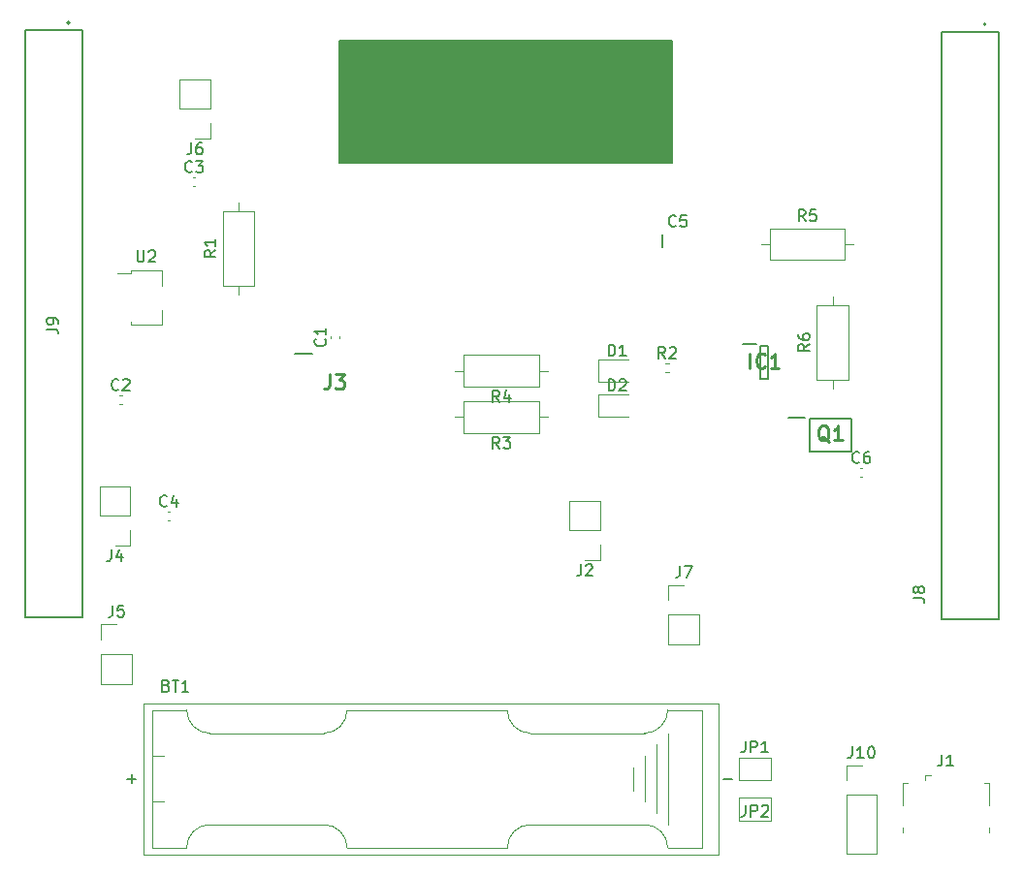
<source format=gbr>
%TF.GenerationSoftware,KiCad,Pcbnew,(7.0.0)*%
%TF.CreationDate,2023-04-04T11:39:15+02:00*%
%TF.ProjectId,overall scematic,6f766572-616c-46c2-9073-63656d617469,rev?*%
%TF.SameCoordinates,Original*%
%TF.FileFunction,Legend,Top*%
%TF.FilePolarity,Positive*%
%FSLAX46Y46*%
G04 Gerber Fmt 4.6, Leading zero omitted, Abs format (unit mm)*
G04 Created by KiCad (PCBNEW (7.0.0)) date 2023-04-04 11:39:15*
%MOMM*%
%LPD*%
G01*
G04 APERTURE LIST*
%ADD10C,0.150000*%
%ADD11C,0.254000*%
%ADD12C,0.120000*%
%ADD13C,0.200000*%
%ADD14C,0.100000*%
G04 APERTURE END LIST*
D10*
X79756000Y-65532000D02*
X108839000Y-65532000D01*
X108839000Y-65532000D02*
X108839000Y-76200000D01*
X108839000Y-76200000D02*
X79756000Y-76200000D01*
X79756000Y-76200000D02*
X79756000Y-65532000D01*
%TO.C,J7*%
X109521666Y-111459380D02*
X109521666Y-112173666D01*
X109521666Y-112173666D02*
X109474047Y-112316523D01*
X109474047Y-112316523D02*
X109378809Y-112411761D01*
X109378809Y-112411761D02*
X109235952Y-112459380D01*
X109235952Y-112459380D02*
X109140714Y-112459380D01*
X109902619Y-111459380D02*
X110569285Y-111459380D01*
X110569285Y-111459380D02*
X110140714Y-112459380D01*
%TO.C,J6*%
X66849666Y-74473380D02*
X66849666Y-75187666D01*
X66849666Y-75187666D02*
X66802047Y-75330523D01*
X66802047Y-75330523D02*
X66706809Y-75425761D01*
X66706809Y-75425761D02*
X66563952Y-75473380D01*
X66563952Y-75473380D02*
X66468714Y-75473380D01*
X67754428Y-74473380D02*
X67563952Y-74473380D01*
X67563952Y-74473380D02*
X67468714Y-74521000D01*
X67468714Y-74521000D02*
X67421095Y-74568619D01*
X67421095Y-74568619D02*
X67325857Y-74711476D01*
X67325857Y-74711476D02*
X67278238Y-74901952D01*
X67278238Y-74901952D02*
X67278238Y-75282904D01*
X67278238Y-75282904D02*
X67325857Y-75378142D01*
X67325857Y-75378142D02*
X67373476Y-75425761D01*
X67373476Y-75425761D02*
X67468714Y-75473380D01*
X67468714Y-75473380D02*
X67659190Y-75473380D01*
X67659190Y-75473380D02*
X67754428Y-75425761D01*
X67754428Y-75425761D02*
X67802047Y-75378142D01*
X67802047Y-75378142D02*
X67849666Y-75282904D01*
X67849666Y-75282904D02*
X67849666Y-75044809D01*
X67849666Y-75044809D02*
X67802047Y-74949571D01*
X67802047Y-74949571D02*
X67754428Y-74901952D01*
X67754428Y-74901952D02*
X67659190Y-74854333D01*
X67659190Y-74854333D02*
X67468714Y-74854333D01*
X67468714Y-74854333D02*
X67373476Y-74901952D01*
X67373476Y-74901952D02*
X67325857Y-74949571D01*
X67325857Y-74949571D02*
X67278238Y-75044809D01*
%TO.C,J5*%
X59991666Y-114893380D02*
X59991666Y-115607666D01*
X59991666Y-115607666D02*
X59944047Y-115750523D01*
X59944047Y-115750523D02*
X59848809Y-115845761D01*
X59848809Y-115845761D02*
X59705952Y-115893380D01*
X59705952Y-115893380D02*
X59610714Y-115893380D01*
X60944047Y-114893380D02*
X60467857Y-114893380D01*
X60467857Y-114893380D02*
X60420238Y-115369571D01*
X60420238Y-115369571D02*
X60467857Y-115321952D01*
X60467857Y-115321952D02*
X60563095Y-115274333D01*
X60563095Y-115274333D02*
X60801190Y-115274333D01*
X60801190Y-115274333D02*
X60896428Y-115321952D01*
X60896428Y-115321952D02*
X60944047Y-115369571D01*
X60944047Y-115369571D02*
X60991666Y-115464809D01*
X60991666Y-115464809D02*
X60991666Y-115702904D01*
X60991666Y-115702904D02*
X60944047Y-115798142D01*
X60944047Y-115798142D02*
X60896428Y-115845761D01*
X60896428Y-115845761D02*
X60801190Y-115893380D01*
X60801190Y-115893380D02*
X60563095Y-115893380D01*
X60563095Y-115893380D02*
X60467857Y-115845761D01*
X60467857Y-115845761D02*
X60420238Y-115798142D01*
%TO.C,J4*%
X59864666Y-110028380D02*
X59864666Y-110742666D01*
X59864666Y-110742666D02*
X59817047Y-110885523D01*
X59817047Y-110885523D02*
X59721809Y-110980761D01*
X59721809Y-110980761D02*
X59578952Y-111028380D01*
X59578952Y-111028380D02*
X59483714Y-111028380D01*
X60769428Y-110361714D02*
X60769428Y-111028380D01*
X60531333Y-109980761D02*
X60293238Y-110695047D01*
X60293238Y-110695047D02*
X60912285Y-110695047D01*
%TO.C,J2*%
X100885666Y-111303380D02*
X100885666Y-112017666D01*
X100885666Y-112017666D02*
X100838047Y-112160523D01*
X100838047Y-112160523D02*
X100742809Y-112255761D01*
X100742809Y-112255761D02*
X100599952Y-112303380D01*
X100599952Y-112303380D02*
X100504714Y-112303380D01*
X101314238Y-111398619D02*
X101361857Y-111351000D01*
X101361857Y-111351000D02*
X101457095Y-111303380D01*
X101457095Y-111303380D02*
X101695190Y-111303380D01*
X101695190Y-111303380D02*
X101790428Y-111351000D01*
X101790428Y-111351000D02*
X101838047Y-111398619D01*
X101838047Y-111398619D02*
X101885666Y-111493857D01*
X101885666Y-111493857D02*
X101885666Y-111589095D01*
X101885666Y-111589095D02*
X101838047Y-111731952D01*
X101838047Y-111731952D02*
X101266619Y-112303380D01*
X101266619Y-112303380D02*
X101885666Y-112303380D01*
D11*
%TO.C,Q1*%
X122544047Y-100592526D02*
X122423095Y-100532050D01*
X122423095Y-100532050D02*
X122302142Y-100411097D01*
X122302142Y-100411097D02*
X122120714Y-100229669D01*
X122120714Y-100229669D02*
X121999761Y-100169192D01*
X121999761Y-100169192D02*
X121878809Y-100169192D01*
X121939285Y-100471573D02*
X121818333Y-100411097D01*
X121818333Y-100411097D02*
X121697380Y-100290145D01*
X121697380Y-100290145D02*
X121636904Y-100048240D01*
X121636904Y-100048240D02*
X121636904Y-99624907D01*
X121636904Y-99624907D02*
X121697380Y-99383002D01*
X121697380Y-99383002D02*
X121818333Y-99262050D01*
X121818333Y-99262050D02*
X121939285Y-99201573D01*
X121939285Y-99201573D02*
X122181190Y-99201573D01*
X122181190Y-99201573D02*
X122302142Y-99262050D01*
X122302142Y-99262050D02*
X122423095Y-99383002D01*
X122423095Y-99383002D02*
X122483571Y-99624907D01*
X122483571Y-99624907D02*
X122483571Y-100048240D01*
X122483571Y-100048240D02*
X122423095Y-100290145D01*
X122423095Y-100290145D02*
X122302142Y-100411097D01*
X122302142Y-100411097D02*
X122181190Y-100471573D01*
X122181190Y-100471573D02*
X121939285Y-100471573D01*
X123693095Y-100471573D02*
X122967380Y-100471573D01*
X123330237Y-100471573D02*
X123330237Y-99201573D01*
X123330237Y-99201573D02*
X123209285Y-99383002D01*
X123209285Y-99383002D02*
X123088333Y-99503954D01*
X123088333Y-99503954D02*
X122967380Y-99564430D01*
D10*
%TO.C,JP2*%
X115244666Y-132336380D02*
X115244666Y-133050666D01*
X115244666Y-133050666D02*
X115197047Y-133193523D01*
X115197047Y-133193523D02*
X115101809Y-133288761D01*
X115101809Y-133288761D02*
X114958952Y-133336380D01*
X114958952Y-133336380D02*
X114863714Y-133336380D01*
X115720857Y-133336380D02*
X115720857Y-132336380D01*
X115720857Y-132336380D02*
X116101809Y-132336380D01*
X116101809Y-132336380D02*
X116197047Y-132384000D01*
X116197047Y-132384000D02*
X116244666Y-132431619D01*
X116244666Y-132431619D02*
X116292285Y-132526857D01*
X116292285Y-132526857D02*
X116292285Y-132669714D01*
X116292285Y-132669714D02*
X116244666Y-132764952D01*
X116244666Y-132764952D02*
X116197047Y-132812571D01*
X116197047Y-132812571D02*
X116101809Y-132860190D01*
X116101809Y-132860190D02*
X115720857Y-132860190D01*
X116673238Y-132431619D02*
X116720857Y-132384000D01*
X116720857Y-132384000D02*
X116816095Y-132336380D01*
X116816095Y-132336380D02*
X117054190Y-132336380D01*
X117054190Y-132336380D02*
X117149428Y-132384000D01*
X117149428Y-132384000D02*
X117197047Y-132431619D01*
X117197047Y-132431619D02*
X117244666Y-132526857D01*
X117244666Y-132526857D02*
X117244666Y-132622095D01*
X117244666Y-132622095D02*
X117197047Y-132764952D01*
X117197047Y-132764952D02*
X116625619Y-133336380D01*
X116625619Y-133336380D02*
X117244666Y-133336380D01*
%TO.C,JP1*%
X115229666Y-126732380D02*
X115229666Y-127446666D01*
X115229666Y-127446666D02*
X115182047Y-127589523D01*
X115182047Y-127589523D02*
X115086809Y-127684761D01*
X115086809Y-127684761D02*
X114943952Y-127732380D01*
X114943952Y-127732380D02*
X114848714Y-127732380D01*
X115705857Y-127732380D02*
X115705857Y-126732380D01*
X115705857Y-126732380D02*
X116086809Y-126732380D01*
X116086809Y-126732380D02*
X116182047Y-126780000D01*
X116182047Y-126780000D02*
X116229666Y-126827619D01*
X116229666Y-126827619D02*
X116277285Y-126922857D01*
X116277285Y-126922857D02*
X116277285Y-127065714D01*
X116277285Y-127065714D02*
X116229666Y-127160952D01*
X116229666Y-127160952D02*
X116182047Y-127208571D01*
X116182047Y-127208571D02*
X116086809Y-127256190D01*
X116086809Y-127256190D02*
X115705857Y-127256190D01*
X117229666Y-127732380D02*
X116658238Y-127732380D01*
X116943952Y-127732380D02*
X116943952Y-126732380D01*
X116943952Y-126732380D02*
X116848714Y-126875238D01*
X116848714Y-126875238D02*
X116753476Y-126970476D01*
X116753476Y-126970476D02*
X116658238Y-127018095D01*
D11*
%TO.C,J3*%
X78951667Y-94700573D02*
X78951667Y-95607716D01*
X78951667Y-95607716D02*
X78891190Y-95789145D01*
X78891190Y-95789145D02*
X78770238Y-95910097D01*
X78770238Y-95910097D02*
X78588809Y-95970573D01*
X78588809Y-95970573D02*
X78467857Y-95970573D01*
X79435476Y-94700573D02*
X80221667Y-94700573D01*
X80221667Y-94700573D02*
X79798333Y-95184383D01*
X79798333Y-95184383D02*
X79979762Y-95184383D01*
X79979762Y-95184383D02*
X80100714Y-95244859D01*
X80100714Y-95244859D02*
X80161190Y-95305335D01*
X80161190Y-95305335D02*
X80221667Y-95426288D01*
X80221667Y-95426288D02*
X80221667Y-95728669D01*
X80221667Y-95728669D02*
X80161190Y-95849621D01*
X80161190Y-95849621D02*
X80100714Y-95910097D01*
X80100714Y-95910097D02*
X79979762Y-95970573D01*
X79979762Y-95970573D02*
X79616905Y-95970573D01*
X79616905Y-95970573D02*
X79495952Y-95910097D01*
X79495952Y-95910097D02*
X79435476Y-95849621D01*
%TO.C,IC1*%
X115637237Y-94143573D02*
X115637237Y-92873573D01*
X116967714Y-94022621D02*
X116907238Y-94083097D01*
X116907238Y-94083097D02*
X116725809Y-94143573D01*
X116725809Y-94143573D02*
X116604857Y-94143573D01*
X116604857Y-94143573D02*
X116423428Y-94083097D01*
X116423428Y-94083097D02*
X116302476Y-93962145D01*
X116302476Y-93962145D02*
X116241999Y-93841192D01*
X116241999Y-93841192D02*
X116181523Y-93599288D01*
X116181523Y-93599288D02*
X116181523Y-93417859D01*
X116181523Y-93417859D02*
X116241999Y-93175954D01*
X116241999Y-93175954D02*
X116302476Y-93055002D01*
X116302476Y-93055002D02*
X116423428Y-92934050D01*
X116423428Y-92934050D02*
X116604857Y-92873573D01*
X116604857Y-92873573D02*
X116725809Y-92873573D01*
X116725809Y-92873573D02*
X116907238Y-92934050D01*
X116907238Y-92934050D02*
X116967714Y-92994526D01*
X118177238Y-94143573D02*
X117451523Y-94143573D01*
X117814380Y-94143573D02*
X117814380Y-92873573D01*
X117814380Y-92873573D02*
X117693428Y-93055002D01*
X117693428Y-93055002D02*
X117572476Y-93175954D01*
X117572476Y-93175954D02*
X117451523Y-93236430D01*
D10*
%TO.C,U5*%
X93779595Y-66355380D02*
X93779595Y-67164904D01*
X93779595Y-67164904D02*
X93827214Y-67260142D01*
X93827214Y-67260142D02*
X93874833Y-67307761D01*
X93874833Y-67307761D02*
X93970071Y-67355380D01*
X93970071Y-67355380D02*
X94160547Y-67355380D01*
X94160547Y-67355380D02*
X94255785Y-67307761D01*
X94255785Y-67307761D02*
X94303404Y-67260142D01*
X94303404Y-67260142D02*
X94351023Y-67164904D01*
X94351023Y-67164904D02*
X94351023Y-66355380D01*
X95303404Y-66355380D02*
X94827214Y-66355380D01*
X94827214Y-66355380D02*
X94779595Y-66831571D01*
X94779595Y-66831571D02*
X94827214Y-66783952D01*
X94827214Y-66783952D02*
X94922452Y-66736333D01*
X94922452Y-66736333D02*
X95160547Y-66736333D01*
X95160547Y-66736333D02*
X95255785Y-66783952D01*
X95255785Y-66783952D02*
X95303404Y-66831571D01*
X95303404Y-66831571D02*
X95351023Y-66926809D01*
X95351023Y-66926809D02*
X95351023Y-67164904D01*
X95351023Y-67164904D02*
X95303404Y-67260142D01*
X95303404Y-67260142D02*
X95255785Y-67307761D01*
X95255785Y-67307761D02*
X95160547Y-67355380D01*
X95160547Y-67355380D02*
X94922452Y-67355380D01*
X94922452Y-67355380D02*
X94827214Y-67307761D01*
X94827214Y-67307761D02*
X94779595Y-67260142D01*
%TO.C,U4*%
X87503095Y-71871380D02*
X87503095Y-72680904D01*
X87503095Y-72680904D02*
X87550714Y-72776142D01*
X87550714Y-72776142D02*
X87598333Y-72823761D01*
X87598333Y-72823761D02*
X87693571Y-72871380D01*
X87693571Y-72871380D02*
X87884047Y-72871380D01*
X87884047Y-72871380D02*
X87979285Y-72823761D01*
X87979285Y-72823761D02*
X88026904Y-72776142D01*
X88026904Y-72776142D02*
X88074523Y-72680904D01*
X88074523Y-72680904D02*
X88074523Y-71871380D01*
X88979285Y-72204714D02*
X88979285Y-72871380D01*
X88741190Y-71823761D02*
X88503095Y-72538047D01*
X88503095Y-72538047D02*
X89122142Y-72538047D01*
%TO.C,U2*%
X62149095Y-83878380D02*
X62149095Y-84687904D01*
X62149095Y-84687904D02*
X62196714Y-84783142D01*
X62196714Y-84783142D02*
X62244333Y-84830761D01*
X62244333Y-84830761D02*
X62339571Y-84878380D01*
X62339571Y-84878380D02*
X62530047Y-84878380D01*
X62530047Y-84878380D02*
X62625285Y-84830761D01*
X62625285Y-84830761D02*
X62672904Y-84783142D01*
X62672904Y-84783142D02*
X62720523Y-84687904D01*
X62720523Y-84687904D02*
X62720523Y-83878380D01*
X63149095Y-83973619D02*
X63196714Y-83926000D01*
X63196714Y-83926000D02*
X63291952Y-83878380D01*
X63291952Y-83878380D02*
X63530047Y-83878380D01*
X63530047Y-83878380D02*
X63625285Y-83926000D01*
X63625285Y-83926000D02*
X63672904Y-83973619D01*
X63672904Y-83973619D02*
X63720523Y-84068857D01*
X63720523Y-84068857D02*
X63720523Y-84164095D01*
X63720523Y-84164095D02*
X63672904Y-84306952D01*
X63672904Y-84306952D02*
X63101476Y-84878380D01*
X63101476Y-84878380D02*
X63720523Y-84878380D01*
%TO.C,U1*%
X100584095Y-66801380D02*
X100584095Y-67610904D01*
X100584095Y-67610904D02*
X100631714Y-67706142D01*
X100631714Y-67706142D02*
X100679333Y-67753761D01*
X100679333Y-67753761D02*
X100774571Y-67801380D01*
X100774571Y-67801380D02*
X100965047Y-67801380D01*
X100965047Y-67801380D02*
X101060285Y-67753761D01*
X101060285Y-67753761D02*
X101107904Y-67706142D01*
X101107904Y-67706142D02*
X101155523Y-67610904D01*
X101155523Y-67610904D02*
X101155523Y-66801380D01*
X102155523Y-67801380D02*
X101584095Y-67801380D01*
X101869809Y-67801380D02*
X101869809Y-66801380D01*
X101869809Y-66801380D02*
X101774571Y-66944238D01*
X101774571Y-66944238D02*
X101679333Y-67039476D01*
X101679333Y-67039476D02*
X101584095Y-67087095D01*
%TO.C,R6*%
X120843380Y-92065666D02*
X120367190Y-92398999D01*
X120843380Y-92637094D02*
X119843380Y-92637094D01*
X119843380Y-92637094D02*
X119843380Y-92256142D01*
X119843380Y-92256142D02*
X119891000Y-92160904D01*
X119891000Y-92160904D02*
X119938619Y-92113285D01*
X119938619Y-92113285D02*
X120033857Y-92065666D01*
X120033857Y-92065666D02*
X120176714Y-92065666D01*
X120176714Y-92065666D02*
X120271952Y-92113285D01*
X120271952Y-92113285D02*
X120319571Y-92160904D01*
X120319571Y-92160904D02*
X120367190Y-92256142D01*
X120367190Y-92256142D02*
X120367190Y-92637094D01*
X119843380Y-91208523D02*
X119843380Y-91398999D01*
X119843380Y-91398999D02*
X119891000Y-91494237D01*
X119891000Y-91494237D02*
X119938619Y-91541856D01*
X119938619Y-91541856D02*
X120081476Y-91637094D01*
X120081476Y-91637094D02*
X120271952Y-91684713D01*
X120271952Y-91684713D02*
X120652904Y-91684713D01*
X120652904Y-91684713D02*
X120748142Y-91637094D01*
X120748142Y-91637094D02*
X120795761Y-91589475D01*
X120795761Y-91589475D02*
X120843380Y-91494237D01*
X120843380Y-91494237D02*
X120843380Y-91303761D01*
X120843380Y-91303761D02*
X120795761Y-91208523D01*
X120795761Y-91208523D02*
X120748142Y-91160904D01*
X120748142Y-91160904D02*
X120652904Y-91113285D01*
X120652904Y-91113285D02*
X120414809Y-91113285D01*
X120414809Y-91113285D02*
X120319571Y-91160904D01*
X120319571Y-91160904D02*
X120271952Y-91208523D01*
X120271952Y-91208523D02*
X120224333Y-91303761D01*
X120224333Y-91303761D02*
X120224333Y-91494237D01*
X120224333Y-91494237D02*
X120271952Y-91589475D01*
X120271952Y-91589475D02*
X120319571Y-91637094D01*
X120319571Y-91637094D02*
X120414809Y-91684713D01*
%TO.C,R5*%
X120483333Y-81309380D02*
X120150000Y-80833190D01*
X119911905Y-81309380D02*
X119911905Y-80309380D01*
X119911905Y-80309380D02*
X120292857Y-80309380D01*
X120292857Y-80309380D02*
X120388095Y-80357000D01*
X120388095Y-80357000D02*
X120435714Y-80404619D01*
X120435714Y-80404619D02*
X120483333Y-80499857D01*
X120483333Y-80499857D02*
X120483333Y-80642714D01*
X120483333Y-80642714D02*
X120435714Y-80737952D01*
X120435714Y-80737952D02*
X120388095Y-80785571D01*
X120388095Y-80785571D02*
X120292857Y-80833190D01*
X120292857Y-80833190D02*
X119911905Y-80833190D01*
X121388095Y-80309380D02*
X120911905Y-80309380D01*
X120911905Y-80309380D02*
X120864286Y-80785571D01*
X120864286Y-80785571D02*
X120911905Y-80737952D01*
X120911905Y-80737952D02*
X121007143Y-80690333D01*
X121007143Y-80690333D02*
X121245238Y-80690333D01*
X121245238Y-80690333D02*
X121340476Y-80737952D01*
X121340476Y-80737952D02*
X121388095Y-80785571D01*
X121388095Y-80785571D02*
X121435714Y-80880809D01*
X121435714Y-80880809D02*
X121435714Y-81118904D01*
X121435714Y-81118904D02*
X121388095Y-81214142D01*
X121388095Y-81214142D02*
X121340476Y-81261761D01*
X121340476Y-81261761D02*
X121245238Y-81309380D01*
X121245238Y-81309380D02*
X121007143Y-81309380D01*
X121007143Y-81309380D02*
X120911905Y-81261761D01*
X120911905Y-81261761D02*
X120864286Y-81214142D01*
%TO.C,R4*%
X93763333Y-97117380D02*
X93430000Y-96641190D01*
X93191905Y-97117380D02*
X93191905Y-96117380D01*
X93191905Y-96117380D02*
X93572857Y-96117380D01*
X93572857Y-96117380D02*
X93668095Y-96165000D01*
X93668095Y-96165000D02*
X93715714Y-96212619D01*
X93715714Y-96212619D02*
X93763333Y-96307857D01*
X93763333Y-96307857D02*
X93763333Y-96450714D01*
X93763333Y-96450714D02*
X93715714Y-96545952D01*
X93715714Y-96545952D02*
X93668095Y-96593571D01*
X93668095Y-96593571D02*
X93572857Y-96641190D01*
X93572857Y-96641190D02*
X93191905Y-96641190D01*
X94620476Y-96450714D02*
X94620476Y-97117380D01*
X94382381Y-96069761D02*
X94144286Y-96784047D01*
X94144286Y-96784047D02*
X94763333Y-96784047D01*
%TO.C,R3*%
X93763333Y-101167380D02*
X93430000Y-100691190D01*
X93191905Y-101167380D02*
X93191905Y-100167380D01*
X93191905Y-100167380D02*
X93572857Y-100167380D01*
X93572857Y-100167380D02*
X93668095Y-100215000D01*
X93668095Y-100215000D02*
X93715714Y-100262619D01*
X93715714Y-100262619D02*
X93763333Y-100357857D01*
X93763333Y-100357857D02*
X93763333Y-100500714D01*
X93763333Y-100500714D02*
X93715714Y-100595952D01*
X93715714Y-100595952D02*
X93668095Y-100643571D01*
X93668095Y-100643571D02*
X93572857Y-100691190D01*
X93572857Y-100691190D02*
X93191905Y-100691190D01*
X94096667Y-100167380D02*
X94715714Y-100167380D01*
X94715714Y-100167380D02*
X94382381Y-100548333D01*
X94382381Y-100548333D02*
X94525238Y-100548333D01*
X94525238Y-100548333D02*
X94620476Y-100595952D01*
X94620476Y-100595952D02*
X94668095Y-100643571D01*
X94668095Y-100643571D02*
X94715714Y-100738809D01*
X94715714Y-100738809D02*
X94715714Y-100976904D01*
X94715714Y-100976904D02*
X94668095Y-101072142D01*
X94668095Y-101072142D02*
X94620476Y-101119761D01*
X94620476Y-101119761D02*
X94525238Y-101167380D01*
X94525238Y-101167380D02*
X94239524Y-101167380D01*
X94239524Y-101167380D02*
X94144286Y-101119761D01*
X94144286Y-101119761D02*
X94096667Y-101072142D01*
%TO.C,R2*%
X108241333Y-93323380D02*
X107908000Y-92847190D01*
X107669905Y-93323380D02*
X107669905Y-92323380D01*
X107669905Y-92323380D02*
X108050857Y-92323380D01*
X108050857Y-92323380D02*
X108146095Y-92371000D01*
X108146095Y-92371000D02*
X108193714Y-92418619D01*
X108193714Y-92418619D02*
X108241333Y-92513857D01*
X108241333Y-92513857D02*
X108241333Y-92656714D01*
X108241333Y-92656714D02*
X108193714Y-92751952D01*
X108193714Y-92751952D02*
X108146095Y-92799571D01*
X108146095Y-92799571D02*
X108050857Y-92847190D01*
X108050857Y-92847190D02*
X107669905Y-92847190D01*
X108622286Y-92418619D02*
X108669905Y-92371000D01*
X108669905Y-92371000D02*
X108765143Y-92323380D01*
X108765143Y-92323380D02*
X109003238Y-92323380D01*
X109003238Y-92323380D02*
X109098476Y-92371000D01*
X109098476Y-92371000D02*
X109146095Y-92418619D01*
X109146095Y-92418619D02*
X109193714Y-92513857D01*
X109193714Y-92513857D02*
X109193714Y-92609095D01*
X109193714Y-92609095D02*
X109146095Y-92751952D01*
X109146095Y-92751952D02*
X108574667Y-93323380D01*
X108574667Y-93323380D02*
X109193714Y-93323380D01*
%TO.C,R1*%
X68990380Y-83859666D02*
X68514190Y-84192999D01*
X68990380Y-84431094D02*
X67990380Y-84431094D01*
X67990380Y-84431094D02*
X67990380Y-84050142D01*
X67990380Y-84050142D02*
X68038000Y-83954904D01*
X68038000Y-83954904D02*
X68085619Y-83907285D01*
X68085619Y-83907285D02*
X68180857Y-83859666D01*
X68180857Y-83859666D02*
X68323714Y-83859666D01*
X68323714Y-83859666D02*
X68418952Y-83907285D01*
X68418952Y-83907285D02*
X68466571Y-83954904D01*
X68466571Y-83954904D02*
X68514190Y-84050142D01*
X68514190Y-84050142D02*
X68514190Y-84431094D01*
X68990380Y-82907285D02*
X68990380Y-83478713D01*
X68990380Y-83192999D02*
X67990380Y-83192999D01*
X67990380Y-83192999D02*
X68133238Y-83288237D01*
X68133238Y-83288237D02*
X68228476Y-83383475D01*
X68228476Y-83383475D02*
X68276095Y-83478713D01*
%TO.C,J10*%
X124576476Y-127212380D02*
X124576476Y-127926666D01*
X124576476Y-127926666D02*
X124528857Y-128069523D01*
X124528857Y-128069523D02*
X124433619Y-128164761D01*
X124433619Y-128164761D02*
X124290762Y-128212380D01*
X124290762Y-128212380D02*
X124195524Y-128212380D01*
X125576476Y-128212380D02*
X125005048Y-128212380D01*
X125290762Y-128212380D02*
X125290762Y-127212380D01*
X125290762Y-127212380D02*
X125195524Y-127355238D01*
X125195524Y-127355238D02*
X125100286Y-127450476D01*
X125100286Y-127450476D02*
X125005048Y-127498095D01*
X126195524Y-127212380D02*
X126290762Y-127212380D01*
X126290762Y-127212380D02*
X126386000Y-127260000D01*
X126386000Y-127260000D02*
X126433619Y-127307619D01*
X126433619Y-127307619D02*
X126481238Y-127402857D01*
X126481238Y-127402857D02*
X126528857Y-127593333D01*
X126528857Y-127593333D02*
X126528857Y-127831428D01*
X126528857Y-127831428D02*
X126481238Y-128021904D01*
X126481238Y-128021904D02*
X126433619Y-128117142D01*
X126433619Y-128117142D02*
X126386000Y-128164761D01*
X126386000Y-128164761D02*
X126290762Y-128212380D01*
X126290762Y-128212380D02*
X126195524Y-128212380D01*
X126195524Y-128212380D02*
X126100286Y-128164761D01*
X126100286Y-128164761D02*
X126052667Y-128117142D01*
X126052667Y-128117142D02*
X126005048Y-128021904D01*
X126005048Y-128021904D02*
X125957429Y-127831428D01*
X125957429Y-127831428D02*
X125957429Y-127593333D01*
X125957429Y-127593333D02*
X126005048Y-127402857D01*
X126005048Y-127402857D02*
X126052667Y-127307619D01*
X126052667Y-127307619D02*
X126100286Y-127260000D01*
X126100286Y-127260000D02*
X126195524Y-127212380D01*
%TO.C,J9*%
X54231380Y-90757333D02*
X54945666Y-90757333D01*
X54945666Y-90757333D02*
X55088523Y-90804952D01*
X55088523Y-90804952D02*
X55183761Y-90900190D01*
X55183761Y-90900190D02*
X55231380Y-91043047D01*
X55231380Y-91043047D02*
X55231380Y-91138285D01*
X55231380Y-90233523D02*
X55231380Y-90043047D01*
X55231380Y-90043047D02*
X55183761Y-89947809D01*
X55183761Y-89947809D02*
X55136142Y-89900190D01*
X55136142Y-89900190D02*
X54993285Y-89804952D01*
X54993285Y-89804952D02*
X54802809Y-89757333D01*
X54802809Y-89757333D02*
X54421857Y-89757333D01*
X54421857Y-89757333D02*
X54326619Y-89804952D01*
X54326619Y-89804952D02*
X54279000Y-89852571D01*
X54279000Y-89852571D02*
X54231380Y-89947809D01*
X54231380Y-89947809D02*
X54231380Y-90138285D01*
X54231380Y-90138285D02*
X54279000Y-90233523D01*
X54279000Y-90233523D02*
X54326619Y-90281142D01*
X54326619Y-90281142D02*
X54421857Y-90328761D01*
X54421857Y-90328761D02*
X54659952Y-90328761D01*
X54659952Y-90328761D02*
X54755190Y-90281142D01*
X54755190Y-90281142D02*
X54802809Y-90233523D01*
X54802809Y-90233523D02*
X54850428Y-90138285D01*
X54850428Y-90138285D02*
X54850428Y-89947809D01*
X54850428Y-89947809D02*
X54802809Y-89852571D01*
X54802809Y-89852571D02*
X54755190Y-89804952D01*
X54755190Y-89804952D02*
X54659952Y-89757333D01*
%TO.C,J8*%
X129881380Y-114237333D02*
X130595666Y-114237333D01*
X130595666Y-114237333D02*
X130738523Y-114284952D01*
X130738523Y-114284952D02*
X130833761Y-114380190D01*
X130833761Y-114380190D02*
X130881380Y-114523047D01*
X130881380Y-114523047D02*
X130881380Y-114618285D01*
X130309952Y-113618285D02*
X130262333Y-113713523D01*
X130262333Y-113713523D02*
X130214714Y-113761142D01*
X130214714Y-113761142D02*
X130119476Y-113808761D01*
X130119476Y-113808761D02*
X130071857Y-113808761D01*
X130071857Y-113808761D02*
X129976619Y-113761142D01*
X129976619Y-113761142D02*
X129929000Y-113713523D01*
X129929000Y-113713523D02*
X129881380Y-113618285D01*
X129881380Y-113618285D02*
X129881380Y-113427809D01*
X129881380Y-113427809D02*
X129929000Y-113332571D01*
X129929000Y-113332571D02*
X129976619Y-113284952D01*
X129976619Y-113284952D02*
X130071857Y-113237333D01*
X130071857Y-113237333D02*
X130119476Y-113237333D01*
X130119476Y-113237333D02*
X130214714Y-113284952D01*
X130214714Y-113284952D02*
X130262333Y-113332571D01*
X130262333Y-113332571D02*
X130309952Y-113427809D01*
X130309952Y-113427809D02*
X130309952Y-113618285D01*
X130309952Y-113618285D02*
X130357571Y-113713523D01*
X130357571Y-113713523D02*
X130405190Y-113761142D01*
X130405190Y-113761142D02*
X130500428Y-113808761D01*
X130500428Y-113808761D02*
X130690904Y-113808761D01*
X130690904Y-113808761D02*
X130786142Y-113761142D01*
X130786142Y-113761142D02*
X130833761Y-113713523D01*
X130833761Y-113713523D02*
X130881380Y-113618285D01*
X130881380Y-113618285D02*
X130881380Y-113427809D01*
X130881380Y-113427809D02*
X130833761Y-113332571D01*
X130833761Y-113332571D02*
X130786142Y-113284952D01*
X130786142Y-113284952D02*
X130690904Y-113237333D01*
X130690904Y-113237333D02*
X130500428Y-113237333D01*
X130500428Y-113237333D02*
X130405190Y-113284952D01*
X130405190Y-113284952D02*
X130357571Y-113332571D01*
X130357571Y-113332571D02*
X130309952Y-113427809D01*
%TO.C,J1*%
X132397666Y-127917380D02*
X132397666Y-128631666D01*
X132397666Y-128631666D02*
X132350047Y-128774523D01*
X132350047Y-128774523D02*
X132254809Y-128869761D01*
X132254809Y-128869761D02*
X132111952Y-128917380D01*
X132111952Y-128917380D02*
X132016714Y-128917380D01*
X133397666Y-128917380D02*
X132826238Y-128917380D01*
X133111952Y-128917380D02*
X133111952Y-127917380D01*
X133111952Y-127917380D02*
X133016714Y-128060238D01*
X133016714Y-128060238D02*
X132921476Y-128155476D01*
X132921476Y-128155476D02*
X132826238Y-128203095D01*
%TO.C,D2*%
X103303405Y-96137380D02*
X103303405Y-95137380D01*
X103303405Y-95137380D02*
X103541500Y-95137380D01*
X103541500Y-95137380D02*
X103684357Y-95185000D01*
X103684357Y-95185000D02*
X103779595Y-95280238D01*
X103779595Y-95280238D02*
X103827214Y-95375476D01*
X103827214Y-95375476D02*
X103874833Y-95565952D01*
X103874833Y-95565952D02*
X103874833Y-95708809D01*
X103874833Y-95708809D02*
X103827214Y-95899285D01*
X103827214Y-95899285D02*
X103779595Y-95994523D01*
X103779595Y-95994523D02*
X103684357Y-96089761D01*
X103684357Y-96089761D02*
X103541500Y-96137380D01*
X103541500Y-96137380D02*
X103303405Y-96137380D01*
X104255786Y-95232619D02*
X104303405Y-95185000D01*
X104303405Y-95185000D02*
X104398643Y-95137380D01*
X104398643Y-95137380D02*
X104636738Y-95137380D01*
X104636738Y-95137380D02*
X104731976Y-95185000D01*
X104731976Y-95185000D02*
X104779595Y-95232619D01*
X104779595Y-95232619D02*
X104827214Y-95327857D01*
X104827214Y-95327857D02*
X104827214Y-95423095D01*
X104827214Y-95423095D02*
X104779595Y-95565952D01*
X104779595Y-95565952D02*
X104208167Y-96137380D01*
X104208167Y-96137380D02*
X104827214Y-96137380D01*
%TO.C,D1*%
X103303405Y-93097380D02*
X103303405Y-92097380D01*
X103303405Y-92097380D02*
X103541500Y-92097380D01*
X103541500Y-92097380D02*
X103684357Y-92145000D01*
X103684357Y-92145000D02*
X103779595Y-92240238D01*
X103779595Y-92240238D02*
X103827214Y-92335476D01*
X103827214Y-92335476D02*
X103874833Y-92525952D01*
X103874833Y-92525952D02*
X103874833Y-92668809D01*
X103874833Y-92668809D02*
X103827214Y-92859285D01*
X103827214Y-92859285D02*
X103779595Y-92954523D01*
X103779595Y-92954523D02*
X103684357Y-93049761D01*
X103684357Y-93049761D02*
X103541500Y-93097380D01*
X103541500Y-93097380D02*
X103303405Y-93097380D01*
X104827214Y-93097380D02*
X104255786Y-93097380D01*
X104541500Y-93097380D02*
X104541500Y-92097380D01*
X104541500Y-92097380D02*
X104446262Y-92240238D01*
X104446262Y-92240238D02*
X104351024Y-92335476D01*
X104351024Y-92335476D02*
X104255786Y-92383095D01*
%TO.C,C6*%
X125182333Y-102363142D02*
X125134714Y-102410761D01*
X125134714Y-102410761D02*
X124991857Y-102458380D01*
X124991857Y-102458380D02*
X124896619Y-102458380D01*
X124896619Y-102458380D02*
X124753762Y-102410761D01*
X124753762Y-102410761D02*
X124658524Y-102315523D01*
X124658524Y-102315523D02*
X124610905Y-102220285D01*
X124610905Y-102220285D02*
X124563286Y-102029809D01*
X124563286Y-102029809D02*
X124563286Y-101886952D01*
X124563286Y-101886952D02*
X124610905Y-101696476D01*
X124610905Y-101696476D02*
X124658524Y-101601238D01*
X124658524Y-101601238D02*
X124753762Y-101506000D01*
X124753762Y-101506000D02*
X124896619Y-101458380D01*
X124896619Y-101458380D02*
X124991857Y-101458380D01*
X124991857Y-101458380D02*
X125134714Y-101506000D01*
X125134714Y-101506000D02*
X125182333Y-101553619D01*
X126039476Y-101458380D02*
X125849000Y-101458380D01*
X125849000Y-101458380D02*
X125753762Y-101506000D01*
X125753762Y-101506000D02*
X125706143Y-101553619D01*
X125706143Y-101553619D02*
X125610905Y-101696476D01*
X125610905Y-101696476D02*
X125563286Y-101886952D01*
X125563286Y-101886952D02*
X125563286Y-102267904D01*
X125563286Y-102267904D02*
X125610905Y-102363142D01*
X125610905Y-102363142D02*
X125658524Y-102410761D01*
X125658524Y-102410761D02*
X125753762Y-102458380D01*
X125753762Y-102458380D02*
X125944238Y-102458380D01*
X125944238Y-102458380D02*
X126039476Y-102410761D01*
X126039476Y-102410761D02*
X126087095Y-102363142D01*
X126087095Y-102363142D02*
X126134714Y-102267904D01*
X126134714Y-102267904D02*
X126134714Y-102029809D01*
X126134714Y-102029809D02*
X126087095Y-101934571D01*
X126087095Y-101934571D02*
X126039476Y-101886952D01*
X126039476Y-101886952D02*
X125944238Y-101839333D01*
X125944238Y-101839333D02*
X125753762Y-101839333D01*
X125753762Y-101839333D02*
X125658524Y-101886952D01*
X125658524Y-101886952D02*
X125610905Y-101934571D01*
X125610905Y-101934571D02*
X125563286Y-102029809D01*
%TO.C,C5*%
X109158333Y-81695142D02*
X109110714Y-81742761D01*
X109110714Y-81742761D02*
X108967857Y-81790380D01*
X108967857Y-81790380D02*
X108872619Y-81790380D01*
X108872619Y-81790380D02*
X108729762Y-81742761D01*
X108729762Y-81742761D02*
X108634524Y-81647523D01*
X108634524Y-81647523D02*
X108586905Y-81552285D01*
X108586905Y-81552285D02*
X108539286Y-81361809D01*
X108539286Y-81361809D02*
X108539286Y-81218952D01*
X108539286Y-81218952D02*
X108586905Y-81028476D01*
X108586905Y-81028476D02*
X108634524Y-80933238D01*
X108634524Y-80933238D02*
X108729762Y-80838000D01*
X108729762Y-80838000D02*
X108872619Y-80790380D01*
X108872619Y-80790380D02*
X108967857Y-80790380D01*
X108967857Y-80790380D02*
X109110714Y-80838000D01*
X109110714Y-80838000D02*
X109158333Y-80885619D01*
X110063095Y-80790380D02*
X109586905Y-80790380D01*
X109586905Y-80790380D02*
X109539286Y-81266571D01*
X109539286Y-81266571D02*
X109586905Y-81218952D01*
X109586905Y-81218952D02*
X109682143Y-81171333D01*
X109682143Y-81171333D02*
X109920238Y-81171333D01*
X109920238Y-81171333D02*
X110015476Y-81218952D01*
X110015476Y-81218952D02*
X110063095Y-81266571D01*
X110063095Y-81266571D02*
X110110714Y-81361809D01*
X110110714Y-81361809D02*
X110110714Y-81599904D01*
X110110714Y-81599904D02*
X110063095Y-81695142D01*
X110063095Y-81695142D02*
X110015476Y-81742761D01*
X110015476Y-81742761D02*
X109920238Y-81790380D01*
X109920238Y-81790380D02*
X109682143Y-81790380D01*
X109682143Y-81790380D02*
X109586905Y-81742761D01*
X109586905Y-81742761D02*
X109539286Y-81695142D01*
%TO.C,C4*%
X64730333Y-106173142D02*
X64682714Y-106220761D01*
X64682714Y-106220761D02*
X64539857Y-106268380D01*
X64539857Y-106268380D02*
X64444619Y-106268380D01*
X64444619Y-106268380D02*
X64301762Y-106220761D01*
X64301762Y-106220761D02*
X64206524Y-106125523D01*
X64206524Y-106125523D02*
X64158905Y-106030285D01*
X64158905Y-106030285D02*
X64111286Y-105839809D01*
X64111286Y-105839809D02*
X64111286Y-105696952D01*
X64111286Y-105696952D02*
X64158905Y-105506476D01*
X64158905Y-105506476D02*
X64206524Y-105411238D01*
X64206524Y-105411238D02*
X64301762Y-105316000D01*
X64301762Y-105316000D02*
X64444619Y-105268380D01*
X64444619Y-105268380D02*
X64539857Y-105268380D01*
X64539857Y-105268380D02*
X64682714Y-105316000D01*
X64682714Y-105316000D02*
X64730333Y-105363619D01*
X65587476Y-105601714D02*
X65587476Y-106268380D01*
X65349381Y-105220761D02*
X65111286Y-105935047D01*
X65111286Y-105935047D02*
X65730333Y-105935047D01*
%TO.C,C3*%
X66917333Y-76963142D02*
X66869714Y-77010761D01*
X66869714Y-77010761D02*
X66726857Y-77058380D01*
X66726857Y-77058380D02*
X66631619Y-77058380D01*
X66631619Y-77058380D02*
X66488762Y-77010761D01*
X66488762Y-77010761D02*
X66393524Y-76915523D01*
X66393524Y-76915523D02*
X66345905Y-76820285D01*
X66345905Y-76820285D02*
X66298286Y-76629809D01*
X66298286Y-76629809D02*
X66298286Y-76486952D01*
X66298286Y-76486952D02*
X66345905Y-76296476D01*
X66345905Y-76296476D02*
X66393524Y-76201238D01*
X66393524Y-76201238D02*
X66488762Y-76106000D01*
X66488762Y-76106000D02*
X66631619Y-76058380D01*
X66631619Y-76058380D02*
X66726857Y-76058380D01*
X66726857Y-76058380D02*
X66869714Y-76106000D01*
X66869714Y-76106000D02*
X66917333Y-76153619D01*
X67250667Y-76058380D02*
X67869714Y-76058380D01*
X67869714Y-76058380D02*
X67536381Y-76439333D01*
X67536381Y-76439333D02*
X67679238Y-76439333D01*
X67679238Y-76439333D02*
X67774476Y-76486952D01*
X67774476Y-76486952D02*
X67822095Y-76534571D01*
X67822095Y-76534571D02*
X67869714Y-76629809D01*
X67869714Y-76629809D02*
X67869714Y-76867904D01*
X67869714Y-76867904D02*
X67822095Y-76963142D01*
X67822095Y-76963142D02*
X67774476Y-77010761D01*
X67774476Y-77010761D02*
X67679238Y-77058380D01*
X67679238Y-77058380D02*
X67393524Y-77058380D01*
X67393524Y-77058380D02*
X67298286Y-77010761D01*
X67298286Y-77010761D02*
X67250667Y-76963142D01*
%TO.C,C2*%
X60511333Y-96013142D02*
X60463714Y-96060761D01*
X60463714Y-96060761D02*
X60320857Y-96108380D01*
X60320857Y-96108380D02*
X60225619Y-96108380D01*
X60225619Y-96108380D02*
X60082762Y-96060761D01*
X60082762Y-96060761D02*
X59987524Y-95965523D01*
X59987524Y-95965523D02*
X59939905Y-95870285D01*
X59939905Y-95870285D02*
X59892286Y-95679809D01*
X59892286Y-95679809D02*
X59892286Y-95536952D01*
X59892286Y-95536952D02*
X59939905Y-95346476D01*
X59939905Y-95346476D02*
X59987524Y-95251238D01*
X59987524Y-95251238D02*
X60082762Y-95156000D01*
X60082762Y-95156000D02*
X60225619Y-95108380D01*
X60225619Y-95108380D02*
X60320857Y-95108380D01*
X60320857Y-95108380D02*
X60463714Y-95156000D01*
X60463714Y-95156000D02*
X60511333Y-95203619D01*
X60892286Y-95203619D02*
X60939905Y-95156000D01*
X60939905Y-95156000D02*
X61035143Y-95108380D01*
X61035143Y-95108380D02*
X61273238Y-95108380D01*
X61273238Y-95108380D02*
X61368476Y-95156000D01*
X61368476Y-95156000D02*
X61416095Y-95203619D01*
X61416095Y-95203619D02*
X61463714Y-95298857D01*
X61463714Y-95298857D02*
X61463714Y-95394095D01*
X61463714Y-95394095D02*
X61416095Y-95536952D01*
X61416095Y-95536952D02*
X60844667Y-96108380D01*
X60844667Y-96108380D02*
X61463714Y-96108380D01*
%TO.C,C1*%
X78532142Y-91606666D02*
X78579761Y-91654285D01*
X78579761Y-91654285D02*
X78627380Y-91797142D01*
X78627380Y-91797142D02*
X78627380Y-91892380D01*
X78627380Y-91892380D02*
X78579761Y-92035237D01*
X78579761Y-92035237D02*
X78484523Y-92130475D01*
X78484523Y-92130475D02*
X78389285Y-92178094D01*
X78389285Y-92178094D02*
X78198809Y-92225713D01*
X78198809Y-92225713D02*
X78055952Y-92225713D01*
X78055952Y-92225713D02*
X77865476Y-92178094D01*
X77865476Y-92178094D02*
X77770238Y-92130475D01*
X77770238Y-92130475D02*
X77675000Y-92035237D01*
X77675000Y-92035237D02*
X77627380Y-91892380D01*
X77627380Y-91892380D02*
X77627380Y-91797142D01*
X77627380Y-91797142D02*
X77675000Y-91654285D01*
X77675000Y-91654285D02*
X77722619Y-91606666D01*
X78627380Y-90654285D02*
X78627380Y-91225713D01*
X78627380Y-90939999D02*
X77627380Y-90939999D01*
X77627380Y-90939999D02*
X77770238Y-91035237D01*
X77770238Y-91035237D02*
X77865476Y-91130475D01*
X77865476Y-91130475D02*
X77913095Y-91225713D01*
%TO.C,BT1*%
X64671285Y-121891571D02*
X64814142Y-121939190D01*
X64814142Y-121939190D02*
X64861761Y-121986809D01*
X64861761Y-121986809D02*
X64909380Y-122082047D01*
X64909380Y-122082047D02*
X64909380Y-122224904D01*
X64909380Y-122224904D02*
X64861761Y-122320142D01*
X64861761Y-122320142D02*
X64814142Y-122367761D01*
X64814142Y-122367761D02*
X64718904Y-122415380D01*
X64718904Y-122415380D02*
X64337952Y-122415380D01*
X64337952Y-122415380D02*
X64337952Y-121415380D01*
X64337952Y-121415380D02*
X64671285Y-121415380D01*
X64671285Y-121415380D02*
X64766523Y-121463000D01*
X64766523Y-121463000D02*
X64814142Y-121510619D01*
X64814142Y-121510619D02*
X64861761Y-121605857D01*
X64861761Y-121605857D02*
X64861761Y-121701095D01*
X64861761Y-121701095D02*
X64814142Y-121796333D01*
X64814142Y-121796333D02*
X64766523Y-121843952D01*
X64766523Y-121843952D02*
X64671285Y-121891571D01*
X64671285Y-121891571D02*
X64337952Y-121891571D01*
X65195095Y-121415380D02*
X65766523Y-121415380D01*
X65480809Y-122415380D02*
X65480809Y-121415380D01*
X66623666Y-122415380D02*
X66052238Y-122415380D01*
X66337952Y-122415380D02*
X66337952Y-121415380D01*
X66337952Y-121415380D02*
X66242714Y-121558238D01*
X66242714Y-121558238D02*
X66147476Y-121653476D01*
X66147476Y-121653476D02*
X66052238Y-121701095D01*
X61266048Y-130034428D02*
X62027953Y-130034428D01*
X61647000Y-130415380D02*
X61647000Y-129653476D01*
X113336048Y-130034428D02*
X114097953Y-130034428D01*
D12*
%TO.C,J7*%
X108525000Y-114422000D02*
X108525000Y-113092000D01*
X108525000Y-118292000D02*
X111185000Y-118292000D01*
X108525000Y-115692000D02*
X108525000Y-118292000D01*
X108525000Y-115692000D02*
X111185000Y-115692000D01*
X108525000Y-113092000D02*
X109855000Y-113092000D01*
X111185000Y-115692000D02*
X111185000Y-118292000D01*
%TO.C,J6*%
X68513000Y-72776000D02*
X68513000Y-74106000D01*
X68513000Y-68906000D02*
X65853000Y-68906000D01*
X68513000Y-71506000D02*
X68513000Y-68906000D01*
X68513000Y-71506000D02*
X65853000Y-71506000D01*
X68513000Y-74106000D02*
X67183000Y-74106000D01*
X65853000Y-71506000D02*
X65853000Y-68906000D01*
%TO.C,J5*%
X58995000Y-117856000D02*
X58995000Y-116526000D01*
X58995000Y-121726000D02*
X61655000Y-121726000D01*
X58995000Y-119126000D02*
X58995000Y-121726000D01*
X58995000Y-119126000D02*
X61655000Y-119126000D01*
X58995000Y-116526000D02*
X60325000Y-116526000D01*
X61655000Y-119126000D02*
X61655000Y-121726000D01*
%TO.C,J4*%
X58868000Y-107061000D02*
X58868000Y-104461000D01*
X61528000Y-109661000D02*
X60198000Y-109661000D01*
X61528000Y-107061000D02*
X58868000Y-107061000D01*
X61528000Y-107061000D02*
X61528000Y-104461000D01*
X61528000Y-104461000D02*
X58868000Y-104461000D01*
X61528000Y-108331000D02*
X61528000Y-109661000D01*
%TO.C,J2*%
X102549000Y-109606000D02*
X102549000Y-110936000D01*
X102549000Y-105736000D02*
X99889000Y-105736000D01*
X102549000Y-108336000D02*
X102549000Y-105736000D01*
X102549000Y-108336000D02*
X99889000Y-108336000D01*
X102549000Y-110936000D02*
X101219000Y-110936000D01*
X99889000Y-108336000D02*
X99889000Y-105736000D01*
D13*
%TO.C,Q1*%
X118990000Y-98455000D02*
X120465000Y-98455000D01*
X120815000Y-98540000D02*
X124515000Y-98540000D01*
X120815000Y-101470000D02*
X120815000Y-98540000D01*
X124515000Y-98540000D02*
X124515000Y-101470000D01*
X124515000Y-101470000D02*
X120815000Y-101470000D01*
D12*
%TO.C,JP2*%
X114663000Y-131715000D02*
X117463000Y-131715000D01*
X114663000Y-133715000D02*
X114663000Y-131715000D01*
X117463000Y-133715000D02*
X114663000Y-133715000D01*
X117463000Y-131715000D02*
X117463000Y-133715000D01*
%TO.C,JP1*%
X114663000Y-128165000D02*
X117463000Y-128165000D01*
X114663000Y-130165000D02*
X114663000Y-128165000D01*
X117463000Y-130165000D02*
X114663000Y-130165000D01*
X117463000Y-128165000D02*
X117463000Y-130165000D01*
D13*
%TO.C,J3*%
X75900000Y-92899000D02*
X77425000Y-92899000D01*
%TO.C,IC1*%
X115027000Y-92052000D02*
X116227000Y-92052000D01*
X116577000Y-92252000D02*
X117177000Y-92252000D01*
X116577000Y-95102000D02*
X116577000Y-92252000D01*
X117177000Y-92252000D02*
X117177000Y-95102000D01*
X117177000Y-95102000D02*
X116577000Y-95102000D01*
D14*
%TO.C,U5*%
X95341500Y-68713000D02*
X95341500Y-69013000D01*
X94966500Y-68713000D02*
X95341500Y-68713000D01*
X95341500Y-72013000D02*
X94891500Y-72013000D01*
X95341500Y-71713000D02*
X95341500Y-72013000D01*
X95341500Y-71788000D02*
X95341500Y-71663000D01*
X93691500Y-72013000D02*
X93691500Y-71663000D01*
X94166500Y-72013000D02*
X93691500Y-72013000D01*
X93691500Y-69038000D02*
X92916500Y-69038000D01*
X93691500Y-68988000D02*
X93691500Y-69038000D01*
X94066500Y-68713000D02*
X93691500Y-68988000D01*
X94341500Y-68713000D02*
X94066500Y-68713000D01*
D12*
%TO.C,U4*%
X88265000Y-68544000D02*
X89065000Y-68544000D01*
X88265000Y-71664000D02*
X90065000Y-71664000D01*
X88265000Y-71664000D02*
X87465000Y-71664000D01*
X88265000Y-68544000D02*
X87465000Y-68544000D01*
%TO.C,U2*%
X64271000Y-85651000D02*
X64271000Y-86961000D01*
X61551000Y-85651000D02*
X64271000Y-85651000D01*
X61551000Y-85651000D02*
X61551000Y-85881000D01*
X64271000Y-89061000D02*
X64271000Y-90371000D01*
X60411000Y-85881000D02*
X61551000Y-85881000D01*
X61551000Y-90371000D02*
X61551000Y-90141000D01*
X64271000Y-90371000D02*
X61551000Y-90371000D01*
D10*
%TO.C,U1*%
X102821000Y-68404000D02*
X99871000Y-68404000D01*
X102446000Y-71804000D02*
X100246000Y-71804000D01*
D12*
%TO.C,R6*%
X121476000Y-88629000D02*
X121476000Y-95169000D01*
X124216000Y-95169000D02*
X124216000Y-88629000D01*
X124216000Y-88629000D02*
X121476000Y-88629000D01*
X121476000Y-95169000D02*
X124216000Y-95169000D01*
X122846000Y-95939000D02*
X122846000Y-95169000D01*
X122846000Y-87859000D02*
X122846000Y-88629000D01*
%TO.C,R5*%
X123920000Y-81942000D02*
X117380000Y-81942000D01*
X117380000Y-84682000D02*
X123920000Y-84682000D01*
X123920000Y-84682000D02*
X123920000Y-81942000D01*
X117380000Y-81942000D02*
X117380000Y-84682000D01*
X116610000Y-83312000D02*
X117380000Y-83312000D01*
X124690000Y-83312000D02*
X123920000Y-83312000D01*
%TO.C,R4*%
X90660000Y-95750000D02*
X97200000Y-95750000D01*
X97200000Y-93010000D02*
X90660000Y-93010000D01*
X90660000Y-93010000D02*
X90660000Y-95750000D01*
X97200000Y-95750000D02*
X97200000Y-93010000D01*
X97970000Y-94380000D02*
X97200000Y-94380000D01*
X89890000Y-94380000D02*
X90660000Y-94380000D01*
%TO.C,R3*%
X90660000Y-99800000D02*
X97200000Y-99800000D01*
X97200000Y-97060000D02*
X90660000Y-97060000D01*
X90660000Y-97060000D02*
X90660000Y-99800000D01*
X97200000Y-99800000D02*
X97200000Y-97060000D01*
X97970000Y-98430000D02*
X97200000Y-98430000D01*
X89890000Y-98430000D02*
X90660000Y-98430000D01*
%TO.C,R2*%
X108254359Y-93746000D02*
X108561641Y-93746000D01*
X108254359Y-94506000D02*
X108561641Y-94506000D01*
%TO.C,R1*%
X69623000Y-80423000D02*
X69623000Y-86963000D01*
X72363000Y-86963000D02*
X72363000Y-80423000D01*
X72363000Y-80423000D02*
X69623000Y-80423000D01*
X69623000Y-86963000D02*
X72363000Y-86963000D01*
X70993000Y-87733000D02*
X70993000Y-86963000D01*
X70993000Y-79653000D02*
X70993000Y-80423000D01*
%TO.C,J10*%
X124056000Y-136585000D02*
X126716000Y-136585000D01*
X124056000Y-131445000D02*
X124056000Y-136585000D01*
X124056000Y-130175000D02*
X124056000Y-128845000D01*
X126716000Y-131445000D02*
X126716000Y-136585000D01*
X124056000Y-128845000D02*
X125386000Y-128845000D01*
X124056000Y-131445000D02*
X126716000Y-131445000D01*
D13*
%TO.C,J9*%
X57339000Y-115952000D02*
X52389000Y-115952000D01*
X52389000Y-64642000D02*
X57339000Y-64642000D01*
X52389000Y-64642000D02*
X52389000Y-115952000D01*
X57339000Y-64642000D02*
X57339000Y-115952000D01*
X56234000Y-63992000D02*
G75*
G03*
X56234000Y-63992000I-100000J0D01*
G01*
%TO.C,J8*%
X137349000Y-116079000D02*
X132399000Y-116079000D01*
X132399000Y-64769000D02*
X137349000Y-64769000D01*
X132399000Y-64769000D02*
X132399000Y-116079000D01*
X137349000Y-64769000D02*
X137349000Y-116079000D01*
X136244000Y-64119000D02*
G75*
G03*
X136244000Y-64119000I-100000J0D01*
G01*
D12*
%TO.C,J1*%
X128971000Y-130390000D02*
X129391000Y-130390000D01*
X128971000Y-132370000D02*
X128971000Y-130390000D01*
X136491000Y-132370000D02*
X136491000Y-130390000D01*
X136491000Y-134340000D02*
X136491000Y-134740000D01*
X128971000Y-134740000D02*
X128971000Y-134340000D01*
X130971000Y-130160000D02*
X130971000Y-129710000D01*
X136491000Y-130390000D02*
X136071000Y-130390000D01*
X131421000Y-129710000D02*
X130971000Y-129710000D01*
%TO.C,D2*%
X105041500Y-96460000D02*
X102356500Y-96460000D01*
X102356500Y-96460000D02*
X102356500Y-98380000D01*
X102356500Y-98380000D02*
X105041500Y-98380000D01*
%TO.C,D1*%
X102356500Y-95340000D02*
X105041500Y-95340000D01*
X102356500Y-93420000D02*
X102356500Y-95340000D01*
X105041500Y-93420000D02*
X102356500Y-93420000D01*
%TO.C,C6*%
X125241164Y-103611000D02*
X125456836Y-103611000D01*
X125241164Y-102891000D02*
X125456836Y-102891000D01*
D13*
%TO.C,C5*%
X107950000Y-82508000D02*
X107950000Y-83608000D01*
D12*
%TO.C,C4*%
X64789164Y-107421000D02*
X65004836Y-107421000D01*
X64789164Y-106701000D02*
X65004836Y-106701000D01*
%TO.C,C3*%
X66976164Y-77491000D02*
X67191836Y-77491000D01*
X66976164Y-78211000D02*
X67191836Y-78211000D01*
%TO.C,C2*%
X60570164Y-97261000D02*
X60785836Y-97261000D01*
X60570164Y-96541000D02*
X60785836Y-96541000D01*
%TO.C,C1*%
X79780000Y-91547836D02*
X79780000Y-91332164D01*
X79060000Y-91547836D02*
X79060000Y-91332164D01*
%TO.C,BT1*%
X106457000Y-128048000D02*
X106457000Y-132048000D01*
X63457000Y-136048000D02*
X66457000Y-136048000D01*
X112857000Y-136648000D02*
X112857000Y-123448000D01*
X108457000Y-126048000D02*
X108457000Y-134048000D01*
X68457000Y-134048000D02*
X78457000Y-134048000D01*
X68457000Y-126048000D02*
X78457000Y-126048000D01*
X62657000Y-123448000D02*
X62657000Y-136648000D01*
X80457000Y-136048000D02*
X94457000Y-136048000D01*
X63457000Y-128048000D02*
X64457000Y-128048000D01*
X94457000Y-124048000D02*
X80457000Y-124048000D01*
X112857000Y-123448000D02*
X62657000Y-123448000D01*
X105457000Y-129048000D02*
X105457000Y-131048000D01*
X106457000Y-126048000D02*
X96457000Y-126048000D01*
X111457000Y-124048000D02*
X111457000Y-136048000D01*
X63457000Y-124048000D02*
X63457000Y-136048000D01*
X106457000Y-134048000D02*
X96457000Y-134048000D01*
X107457000Y-133048000D02*
X107457000Y-127048000D01*
X111457000Y-124048000D02*
X108457000Y-124048000D01*
X111457000Y-136048000D02*
X108457000Y-136048000D01*
X64457000Y-132048000D02*
X63457000Y-132048000D01*
X62657000Y-136648000D02*
X112857000Y-136648000D01*
X63457000Y-124048000D02*
X66457000Y-124048000D01*
X80457000Y-136048000D02*
G75*
G03*
X78457000Y-134048000I-2000000J0D01*
G01*
X66457000Y-124048000D02*
G75*
G03*
X68457000Y-126048000I2000000J0D01*
G01*
X78457000Y-126048000D02*
G75*
G03*
X80457000Y-124048000I0J2000000D01*
G01*
X106457000Y-126048000D02*
G75*
G03*
X108457000Y-124048000I0J2000000D01*
G01*
X68457000Y-134048000D02*
G75*
G03*
X66457000Y-136048000I0J-2000000D01*
G01*
X108457000Y-136048000D02*
G75*
G03*
X106457000Y-134048000I-2000000J0D01*
G01*
X94457000Y-124048000D02*
G75*
G03*
X96457000Y-126048000I2000000J0D01*
G01*
X96457000Y-134048000D02*
G75*
G03*
X94457000Y-136048000I0J-2000000D01*
G01*
%TD*%
G36*
X108777000Y-65548613D02*
G01*
X108822387Y-65594000D01*
X108839000Y-65656000D01*
X108839000Y-76076000D01*
X108822387Y-76138000D01*
X108777000Y-76183387D01*
X108715000Y-76200000D01*
X79880000Y-76200000D01*
X79818000Y-76183387D01*
X79772613Y-76138000D01*
X79756000Y-76076000D01*
X79756000Y-65656000D01*
X79772613Y-65594000D01*
X79818000Y-65548613D01*
X79880000Y-65532000D01*
X108715000Y-65532000D01*
X108777000Y-65548613D01*
G37*
M02*

</source>
